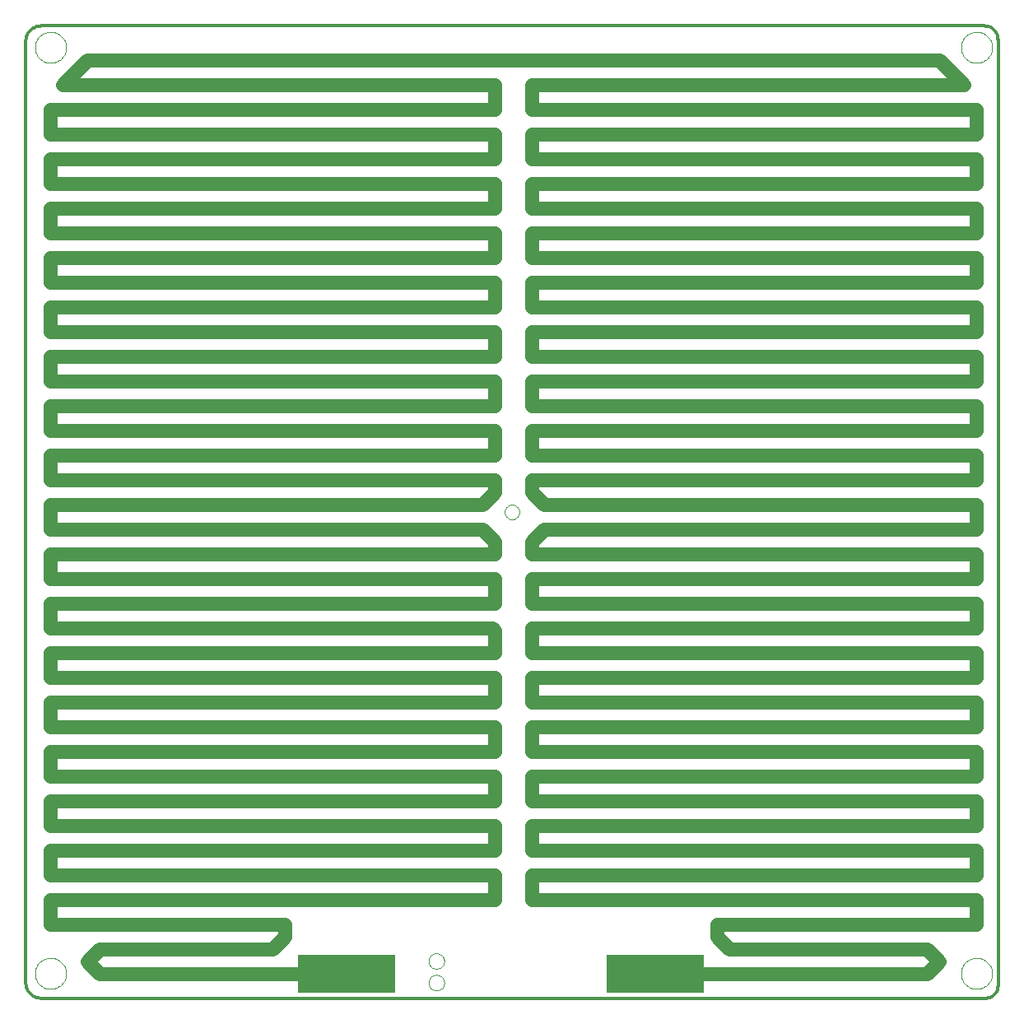
<source format=gtl>
G75*
%MOIN*%
%OFA0B0*%
%FSLAX24Y24*%
%IPPOS*%
%LPD*%
%AMOC8*
5,1,8,0,0,1.08239X$1,22.5*
%
%ADD10C,0.0120*%
%ADD11C,0.0000*%
%ADD12R,0.3937X0.1575*%
%ADD13C,0.1181*%
%ADD14C,0.0560*%
%ADD15C,0.0160*%
%ADD16C,0.0436*%
D10*
X003385Y002893D02*
X041630Y002893D01*
X041674Y002895D01*
X041717Y002901D01*
X041759Y002910D01*
X041801Y002923D01*
X041841Y002940D01*
X041880Y002960D01*
X041917Y002983D01*
X041951Y003010D01*
X041984Y003039D01*
X042013Y003072D01*
X042040Y003106D01*
X042063Y003143D01*
X042083Y003182D01*
X042100Y003222D01*
X042113Y003264D01*
X042122Y003306D01*
X042128Y003349D01*
X042130Y003393D01*
X042130Y041711D01*
X042129Y041711D02*
X042127Y041757D01*
X042121Y041802D01*
X042112Y041847D01*
X042099Y041890D01*
X042083Y041933D01*
X042062Y041974D01*
X042039Y042013D01*
X042013Y042050D01*
X041983Y042085D01*
X041951Y042117D01*
X041916Y042147D01*
X041879Y042173D01*
X041840Y042196D01*
X041799Y042217D01*
X041756Y042233D01*
X041713Y042246D01*
X041668Y042255D01*
X041623Y042261D01*
X041577Y042263D01*
X003381Y042263D01*
X003332Y042261D01*
X003284Y042255D01*
X003236Y042246D01*
X003189Y042233D01*
X003143Y042216D01*
X003099Y042195D01*
X003057Y042171D01*
X003016Y042144D01*
X002978Y042114D01*
X002942Y042081D01*
X002909Y042045D01*
X002879Y042007D01*
X002852Y041966D01*
X002828Y041924D01*
X002807Y041880D01*
X002790Y041834D01*
X002777Y041787D01*
X002768Y041739D01*
X002762Y041691D01*
X002760Y041642D01*
X002760Y003518D01*
X002762Y003469D01*
X002768Y003420D01*
X002777Y003372D01*
X002791Y003325D01*
X002808Y003279D01*
X002828Y003234D01*
X002852Y003191D01*
X002879Y003151D01*
X002910Y003112D01*
X002943Y003076D01*
X002979Y003043D01*
X003018Y003012D01*
X003058Y002985D01*
X003101Y002961D01*
X003146Y002941D01*
X003192Y002924D01*
X003239Y002910D01*
X003287Y002901D01*
X003336Y002895D01*
X003385Y002893D01*
D11*
X003130Y003893D02*
X003132Y003943D01*
X003138Y003993D01*
X003148Y004042D01*
X003162Y004090D01*
X003179Y004137D01*
X003200Y004182D01*
X003225Y004226D01*
X003253Y004267D01*
X003285Y004306D01*
X003319Y004343D01*
X003356Y004377D01*
X003396Y004407D01*
X003438Y004434D01*
X003482Y004458D01*
X003528Y004479D01*
X003575Y004495D01*
X003623Y004508D01*
X003673Y004517D01*
X003722Y004522D01*
X003773Y004523D01*
X003823Y004520D01*
X003872Y004513D01*
X003921Y004502D01*
X003969Y004487D01*
X004015Y004469D01*
X004060Y004447D01*
X004103Y004421D01*
X004144Y004392D01*
X004183Y004360D01*
X004219Y004325D01*
X004251Y004287D01*
X004281Y004247D01*
X004308Y004204D01*
X004331Y004160D01*
X004350Y004114D01*
X004366Y004066D01*
X004378Y004017D01*
X004386Y003968D01*
X004390Y003918D01*
X004390Y003868D01*
X004386Y003818D01*
X004378Y003769D01*
X004366Y003720D01*
X004350Y003672D01*
X004331Y003626D01*
X004308Y003582D01*
X004281Y003539D01*
X004251Y003499D01*
X004219Y003461D01*
X004183Y003426D01*
X004144Y003394D01*
X004103Y003365D01*
X004060Y003339D01*
X004015Y003317D01*
X003969Y003299D01*
X003921Y003284D01*
X003872Y003273D01*
X003823Y003266D01*
X003773Y003263D01*
X003722Y003264D01*
X003673Y003269D01*
X003623Y003278D01*
X003575Y003291D01*
X003528Y003307D01*
X003482Y003328D01*
X003438Y003352D01*
X003396Y003379D01*
X003356Y003409D01*
X003319Y003443D01*
X003285Y003480D01*
X003253Y003519D01*
X003225Y003560D01*
X003200Y003604D01*
X003179Y003649D01*
X003162Y003696D01*
X003148Y003744D01*
X003138Y003793D01*
X003132Y003843D01*
X003130Y003893D01*
X019070Y003518D02*
X019072Y003553D01*
X019078Y003588D01*
X019088Y003622D01*
X019101Y003655D01*
X019118Y003686D01*
X019139Y003714D01*
X019162Y003741D01*
X019189Y003764D01*
X019217Y003785D01*
X019248Y003802D01*
X019281Y003815D01*
X019315Y003825D01*
X019350Y003831D01*
X019385Y003833D01*
X019420Y003831D01*
X019455Y003825D01*
X019489Y003815D01*
X019522Y003802D01*
X019553Y003785D01*
X019581Y003764D01*
X019608Y003741D01*
X019631Y003714D01*
X019652Y003686D01*
X019669Y003655D01*
X019682Y003622D01*
X019692Y003588D01*
X019698Y003553D01*
X019700Y003518D01*
X019698Y003483D01*
X019692Y003448D01*
X019682Y003414D01*
X019669Y003381D01*
X019652Y003350D01*
X019631Y003322D01*
X019608Y003295D01*
X019581Y003272D01*
X019553Y003251D01*
X019522Y003234D01*
X019489Y003221D01*
X019455Y003211D01*
X019420Y003205D01*
X019385Y003203D01*
X019350Y003205D01*
X019315Y003211D01*
X019281Y003221D01*
X019248Y003234D01*
X019217Y003251D01*
X019189Y003272D01*
X019162Y003295D01*
X019139Y003322D01*
X019118Y003350D01*
X019101Y003381D01*
X019088Y003414D01*
X019078Y003448D01*
X019072Y003483D01*
X019070Y003518D01*
X019070Y004393D02*
X019072Y004428D01*
X019078Y004463D01*
X019088Y004497D01*
X019101Y004530D01*
X019118Y004561D01*
X019139Y004589D01*
X019162Y004616D01*
X019189Y004639D01*
X019217Y004660D01*
X019248Y004677D01*
X019281Y004690D01*
X019315Y004700D01*
X019350Y004706D01*
X019385Y004708D01*
X019420Y004706D01*
X019455Y004700D01*
X019489Y004690D01*
X019522Y004677D01*
X019553Y004660D01*
X019581Y004639D01*
X019608Y004616D01*
X019631Y004589D01*
X019652Y004561D01*
X019669Y004530D01*
X019682Y004497D01*
X019692Y004463D01*
X019698Y004428D01*
X019700Y004393D01*
X019698Y004358D01*
X019692Y004323D01*
X019682Y004289D01*
X019669Y004256D01*
X019652Y004225D01*
X019631Y004197D01*
X019608Y004170D01*
X019581Y004147D01*
X019553Y004126D01*
X019522Y004109D01*
X019489Y004096D01*
X019455Y004086D01*
X019420Y004080D01*
X019385Y004078D01*
X019350Y004080D01*
X019315Y004086D01*
X019281Y004096D01*
X019248Y004109D01*
X019217Y004126D01*
X019189Y004147D01*
X019162Y004170D01*
X019139Y004197D01*
X019118Y004225D01*
X019101Y004256D01*
X019088Y004289D01*
X019078Y004323D01*
X019072Y004358D01*
X019070Y004393D01*
X022150Y022578D02*
X022152Y022612D01*
X022158Y022646D01*
X022168Y022679D01*
X022181Y022710D01*
X022199Y022740D01*
X022219Y022768D01*
X022243Y022793D01*
X022269Y022815D01*
X022297Y022833D01*
X022328Y022849D01*
X022360Y022861D01*
X022394Y022869D01*
X022428Y022873D01*
X022462Y022873D01*
X022496Y022869D01*
X022530Y022861D01*
X022562Y022849D01*
X022592Y022833D01*
X022621Y022815D01*
X022647Y022793D01*
X022671Y022768D01*
X022691Y022740D01*
X022709Y022710D01*
X022722Y022679D01*
X022732Y022646D01*
X022738Y022612D01*
X022740Y022578D01*
X022738Y022544D01*
X022732Y022510D01*
X022722Y022477D01*
X022709Y022446D01*
X022691Y022416D01*
X022671Y022388D01*
X022647Y022363D01*
X022621Y022341D01*
X022593Y022323D01*
X022562Y022307D01*
X022530Y022295D01*
X022496Y022287D01*
X022462Y022283D01*
X022428Y022283D01*
X022394Y022287D01*
X022360Y022295D01*
X022328Y022307D01*
X022297Y022323D01*
X022269Y022341D01*
X022243Y022363D01*
X022219Y022388D01*
X022199Y022416D01*
X022181Y022446D01*
X022168Y022477D01*
X022158Y022510D01*
X022152Y022544D01*
X022150Y022578D01*
X003130Y041393D02*
X003132Y041443D01*
X003138Y041493D01*
X003148Y041542D01*
X003162Y041590D01*
X003179Y041637D01*
X003200Y041682D01*
X003225Y041726D01*
X003253Y041767D01*
X003285Y041806D01*
X003319Y041843D01*
X003356Y041877D01*
X003396Y041907D01*
X003438Y041934D01*
X003482Y041958D01*
X003528Y041979D01*
X003575Y041995D01*
X003623Y042008D01*
X003673Y042017D01*
X003722Y042022D01*
X003773Y042023D01*
X003823Y042020D01*
X003872Y042013D01*
X003921Y042002D01*
X003969Y041987D01*
X004015Y041969D01*
X004060Y041947D01*
X004103Y041921D01*
X004144Y041892D01*
X004183Y041860D01*
X004219Y041825D01*
X004251Y041787D01*
X004281Y041747D01*
X004308Y041704D01*
X004331Y041660D01*
X004350Y041614D01*
X004366Y041566D01*
X004378Y041517D01*
X004386Y041468D01*
X004390Y041418D01*
X004390Y041368D01*
X004386Y041318D01*
X004378Y041269D01*
X004366Y041220D01*
X004350Y041172D01*
X004331Y041126D01*
X004308Y041082D01*
X004281Y041039D01*
X004251Y040999D01*
X004219Y040961D01*
X004183Y040926D01*
X004144Y040894D01*
X004103Y040865D01*
X004060Y040839D01*
X004015Y040817D01*
X003969Y040799D01*
X003921Y040784D01*
X003872Y040773D01*
X003823Y040766D01*
X003773Y040763D01*
X003722Y040764D01*
X003673Y040769D01*
X003623Y040778D01*
X003575Y040791D01*
X003528Y040807D01*
X003482Y040828D01*
X003438Y040852D01*
X003396Y040879D01*
X003356Y040909D01*
X003319Y040943D01*
X003285Y040980D01*
X003253Y041019D01*
X003225Y041060D01*
X003200Y041104D01*
X003179Y041149D01*
X003162Y041196D01*
X003148Y041244D01*
X003138Y041293D01*
X003132Y041343D01*
X003130Y041393D01*
X040630Y041393D02*
X040632Y041443D01*
X040638Y041493D01*
X040648Y041542D01*
X040662Y041590D01*
X040679Y041637D01*
X040700Y041682D01*
X040725Y041726D01*
X040753Y041767D01*
X040785Y041806D01*
X040819Y041843D01*
X040856Y041877D01*
X040896Y041907D01*
X040938Y041934D01*
X040982Y041958D01*
X041028Y041979D01*
X041075Y041995D01*
X041123Y042008D01*
X041173Y042017D01*
X041222Y042022D01*
X041273Y042023D01*
X041323Y042020D01*
X041372Y042013D01*
X041421Y042002D01*
X041469Y041987D01*
X041515Y041969D01*
X041560Y041947D01*
X041603Y041921D01*
X041644Y041892D01*
X041683Y041860D01*
X041719Y041825D01*
X041751Y041787D01*
X041781Y041747D01*
X041808Y041704D01*
X041831Y041660D01*
X041850Y041614D01*
X041866Y041566D01*
X041878Y041517D01*
X041886Y041468D01*
X041890Y041418D01*
X041890Y041368D01*
X041886Y041318D01*
X041878Y041269D01*
X041866Y041220D01*
X041850Y041172D01*
X041831Y041126D01*
X041808Y041082D01*
X041781Y041039D01*
X041751Y040999D01*
X041719Y040961D01*
X041683Y040926D01*
X041644Y040894D01*
X041603Y040865D01*
X041560Y040839D01*
X041515Y040817D01*
X041469Y040799D01*
X041421Y040784D01*
X041372Y040773D01*
X041323Y040766D01*
X041273Y040763D01*
X041222Y040764D01*
X041173Y040769D01*
X041123Y040778D01*
X041075Y040791D01*
X041028Y040807D01*
X040982Y040828D01*
X040938Y040852D01*
X040896Y040879D01*
X040856Y040909D01*
X040819Y040943D01*
X040785Y040980D01*
X040753Y041019D01*
X040725Y041060D01*
X040700Y041104D01*
X040679Y041149D01*
X040662Y041196D01*
X040648Y041244D01*
X040638Y041293D01*
X040632Y041343D01*
X040630Y041393D01*
X040630Y003893D02*
X040632Y003943D01*
X040638Y003993D01*
X040648Y004042D01*
X040662Y004090D01*
X040679Y004137D01*
X040700Y004182D01*
X040725Y004226D01*
X040753Y004267D01*
X040785Y004306D01*
X040819Y004343D01*
X040856Y004377D01*
X040896Y004407D01*
X040938Y004434D01*
X040982Y004458D01*
X041028Y004479D01*
X041075Y004495D01*
X041123Y004508D01*
X041173Y004517D01*
X041222Y004522D01*
X041273Y004523D01*
X041323Y004520D01*
X041372Y004513D01*
X041421Y004502D01*
X041469Y004487D01*
X041515Y004469D01*
X041560Y004447D01*
X041603Y004421D01*
X041644Y004392D01*
X041683Y004360D01*
X041719Y004325D01*
X041751Y004287D01*
X041781Y004247D01*
X041808Y004204D01*
X041831Y004160D01*
X041850Y004114D01*
X041866Y004066D01*
X041878Y004017D01*
X041886Y003968D01*
X041890Y003918D01*
X041890Y003868D01*
X041886Y003818D01*
X041878Y003769D01*
X041866Y003720D01*
X041850Y003672D01*
X041831Y003626D01*
X041808Y003582D01*
X041781Y003539D01*
X041751Y003499D01*
X041719Y003461D01*
X041683Y003426D01*
X041644Y003394D01*
X041603Y003365D01*
X041560Y003339D01*
X041515Y003317D01*
X041469Y003299D01*
X041421Y003284D01*
X041372Y003273D01*
X041323Y003266D01*
X041273Y003263D01*
X041222Y003264D01*
X041173Y003269D01*
X041123Y003278D01*
X041075Y003291D01*
X041028Y003307D01*
X040982Y003328D01*
X040938Y003352D01*
X040896Y003379D01*
X040856Y003409D01*
X040819Y003443D01*
X040785Y003480D01*
X040753Y003519D01*
X040725Y003560D01*
X040700Y003604D01*
X040679Y003649D01*
X040662Y003696D01*
X040648Y003744D01*
X040638Y003793D01*
X040632Y003843D01*
X040630Y003893D01*
D12*
X028260Y003893D03*
X015760Y003893D03*
D13*
X015691Y003893D02*
X014510Y003893D01*
X028328Y003893D02*
X029510Y003893D01*
D14*
X039260Y003893D01*
X039760Y004393D01*
X039260Y004893D01*
X031260Y004893D01*
X030760Y005393D01*
X030760Y005893D01*
X041260Y005893D01*
X041260Y006893D01*
X023260Y006893D01*
X023260Y007893D01*
X041260Y007893D01*
X041260Y008893D01*
X023260Y008893D01*
X023260Y009893D01*
X041260Y009893D01*
X041260Y010893D01*
X023260Y010893D01*
X023260Y011893D01*
X041260Y011893D01*
X041260Y012893D01*
X023260Y012893D01*
X023260Y013893D01*
X041260Y013893D01*
X041260Y014893D01*
X023260Y014893D01*
X023260Y015893D01*
X041260Y015893D01*
X041260Y016893D01*
X023260Y016893D01*
X023260Y017893D01*
X041260Y017893D01*
X041260Y018893D01*
X023260Y018893D01*
X023260Y019893D01*
X041260Y019893D01*
X041260Y020893D01*
X023260Y020893D01*
X023260Y021393D01*
X023760Y021893D01*
X041260Y021893D01*
X041260Y022893D01*
X023760Y022893D01*
X023260Y023393D01*
X023260Y023893D01*
X041260Y023893D01*
X041260Y024893D01*
X023260Y024893D01*
X023260Y025893D01*
X041260Y025893D01*
X041260Y026893D01*
X023260Y026893D01*
X023260Y027893D01*
X041260Y027893D01*
X041260Y028893D01*
X023260Y028893D01*
X023260Y029893D01*
X041260Y029893D01*
X041260Y030893D01*
X023260Y030893D01*
X023260Y031893D01*
X041260Y031893D01*
X041260Y032893D01*
X023260Y032893D01*
X023260Y033893D01*
X041260Y033893D01*
X041260Y034893D01*
X023260Y034893D01*
X023260Y035893D01*
X041260Y035893D01*
X041260Y036893D01*
X023260Y036893D01*
X023260Y037893D01*
X041260Y037893D01*
X041260Y038893D01*
X023260Y038893D01*
X023260Y039893D01*
X040760Y039893D01*
X039760Y040893D01*
X005260Y040893D01*
X004260Y039893D01*
X021760Y039893D01*
X021760Y038893D01*
X003760Y038893D01*
X003760Y037893D01*
X021760Y037893D01*
X021760Y036893D01*
X003760Y036893D01*
X003760Y035893D01*
X021760Y035893D01*
X021760Y034893D01*
X003760Y034893D01*
X003760Y033893D01*
X021760Y033893D01*
X021760Y032893D01*
X003760Y032893D01*
X003760Y031893D01*
X021760Y031893D01*
X021760Y030893D01*
X003760Y030893D01*
X003760Y029893D01*
X021760Y029893D01*
X021760Y028893D01*
X003760Y028893D01*
X003760Y027893D01*
X021760Y027893D01*
X021760Y026893D01*
X003760Y026893D01*
X003760Y025893D01*
X021760Y025893D01*
X021760Y024893D01*
X003760Y024893D01*
X003760Y023893D01*
X021760Y023893D01*
X021760Y023393D01*
X021260Y022893D01*
X003760Y022893D01*
X003760Y021893D01*
X021260Y021893D01*
X021760Y021393D01*
X021760Y020893D01*
X003760Y020893D01*
X003760Y019893D01*
X021760Y019893D01*
X021760Y018893D01*
X003760Y018893D01*
X003760Y017893D01*
X021635Y017893D01*
X021760Y017768D01*
X021760Y016893D01*
X003760Y016893D01*
X003760Y015893D01*
X021760Y015893D01*
X021760Y014893D01*
X003760Y014893D01*
X003760Y013893D01*
X021760Y013893D01*
X021760Y012893D01*
X003760Y012893D01*
X003760Y011893D01*
X021760Y011893D01*
X021760Y010893D01*
X003760Y010893D01*
X003760Y009893D01*
X021760Y009893D01*
X021760Y008893D01*
X003760Y008893D01*
X003760Y007893D01*
X021760Y007893D01*
X021760Y006893D01*
X003760Y006893D01*
X003760Y005893D01*
X013260Y005893D01*
X013260Y005393D01*
X012760Y004893D01*
X005760Y004893D01*
X005260Y004393D01*
X005760Y003893D01*
X014510Y003893D01*
X028260Y003893D02*
X029510Y003893D01*
D15*
X015760Y003893D02*
X014510Y003893D01*
D16*
X016260Y003393D03*
X016760Y003893D03*
X017260Y003393D03*
X017260Y004393D03*
X016260Y004393D03*
X026760Y004393D03*
X027260Y003893D03*
X027760Y003393D03*
X027760Y004393D03*
X026760Y003393D03*
M02*

</source>
